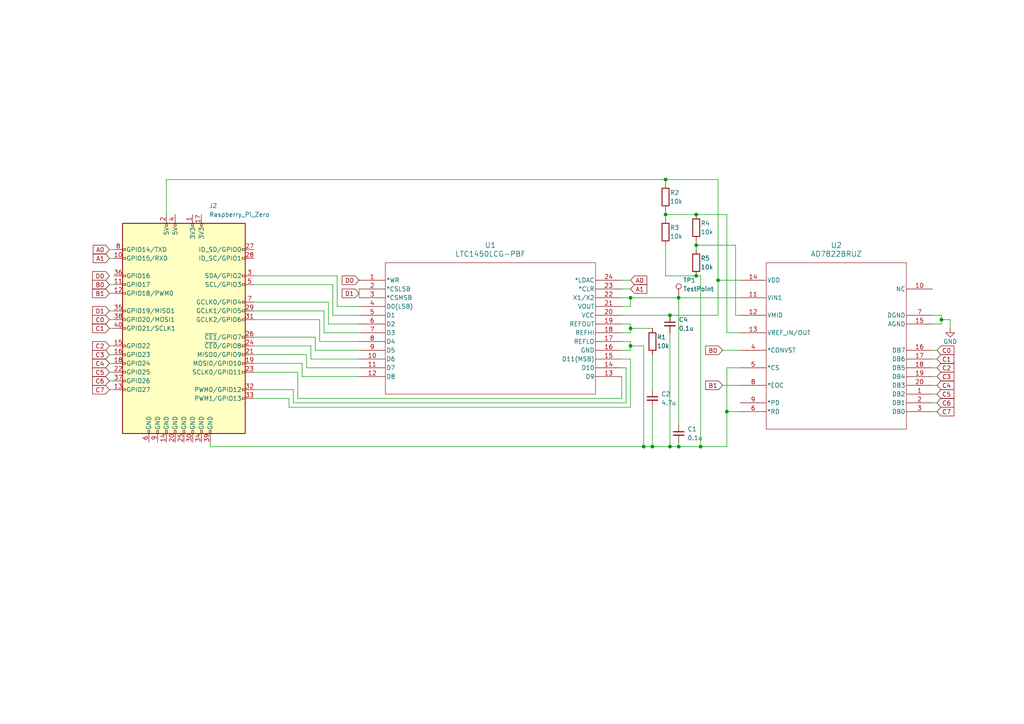
<source format=kicad_sch>
(kicad_sch (version 20230121) (generator eeschema)

  (uuid 748f5d51-f9b3-4fc3-a7c6-188d9fa68d96)

  (paper "A4")

  (lib_symbols
    (symbol "2024-01-29_19-53-43:LTC1450LCG-PBF" (pin_names (offset 0.254)) (in_bom yes) (on_board yes)
      (property "Reference" "U" (at 38.1 10.16 0)
        (effects (font (size 1.524 1.524)))
      )
      (property "Value" "LTC1450LCG-PBF" (at 38.1 7.62 0)
        (effects (font (size 1.524 1.524)))
      )
      (property "Footprint" "SSOP-24_G_LIT" (at 0 0 0)
        (effects (font (size 1.27 1.27) italic) hide)
      )
      (property "Datasheet" "LTC1450LCG-PBF" (at 0 0 0)
        (effects (font (size 1.27 1.27) italic) hide)
      )
      (property "ki_locked" "" (at 0 0 0)
        (effects (font (size 1.27 1.27)))
      )
      (property "ki_keywords" "LTC1450LCG#PBF" (at 0 0 0)
        (effects (font (size 1.27 1.27)) hide)
      )
      (property "ki_fp_filters" "SSOP-24_G_LIT SSOP-24_G_LIT-M SSOP-24_G_LIT-L" (at 0 0 0)
        (effects (font (size 1.27 1.27)) hide)
      )
      (symbol "LTC1450LCG-PBF_0_1"
        (polyline
          (pts
            (xy 7.62 -33.02)
            (xy 68.58 -33.02)
          )
          (stroke (width 0.127) (type default))
          (fill (type none))
        )
        (polyline
          (pts
            (xy 7.62 5.08)
            (xy 7.62 -33.02)
          )
          (stroke (width 0.127) (type default))
          (fill (type none))
        )
        (polyline
          (pts
            (xy 68.58 -33.02)
            (xy 68.58 5.08)
          )
          (stroke (width 0.127) (type default))
          (fill (type none))
        )
        (polyline
          (pts
            (xy 68.58 5.08)
            (xy 7.62 5.08)
          )
          (stroke (width 0.127) (type default))
          (fill (type none))
        )
        (pin input line (at 0 0 0) (length 7.62)
          (name "*WR" (effects (font (size 1.27 1.27))))
          (number "1" (effects (font (size 1.27 1.27))))
        )
        (pin input line (at 0 -22.86 0) (length 7.62)
          (name "D6" (effects (font (size 1.27 1.27))))
          (number "10" (effects (font (size 1.27 1.27))))
        )
        (pin input line (at 0 -25.4 0) (length 7.62)
          (name "D7" (effects (font (size 1.27 1.27))))
          (number "11" (effects (font (size 1.27 1.27))))
        )
        (pin input line (at 0 -27.94 0) (length 7.62)
          (name "D8" (effects (font (size 1.27 1.27))))
          (number "12" (effects (font (size 1.27 1.27))))
        )
        (pin input line (at 76.2 -27.94 180) (length 7.62)
          (name "D9" (effects (font (size 1.27 1.27))))
          (number "13" (effects (font (size 1.27 1.27))))
        )
        (pin input line (at 76.2 -25.4 180) (length 7.62)
          (name "D10" (effects (font (size 1.27 1.27))))
          (number "14" (effects (font (size 1.27 1.27))))
        )
        (pin input line (at 76.2 -22.86 180) (length 7.62)
          (name "D11(MSB)" (effects (font (size 1.27 1.27))))
          (number "15" (effects (font (size 1.27 1.27))))
        )
        (pin power_in line (at 76.2 -20.32 180) (length 7.62)
          (name "GND" (effects (font (size 1.27 1.27))))
          (number "16" (effects (font (size 1.27 1.27))))
        )
        (pin input line (at 76.2 -17.78 180) (length 7.62)
          (name "REFLO" (effects (font (size 1.27 1.27))))
          (number "17" (effects (font (size 1.27 1.27))))
        )
        (pin input line (at 76.2 -15.24 180) (length 7.62)
          (name "REFHI" (effects (font (size 1.27 1.27))))
          (number "18" (effects (font (size 1.27 1.27))))
        )
        (pin output line (at 76.2 -12.7 180) (length 7.62)
          (name "REFOUT" (effects (font (size 1.27 1.27))))
          (number "19" (effects (font (size 1.27 1.27))))
        )
        (pin input line (at 0 -2.54 0) (length 7.62)
          (name "*CSLSB" (effects (font (size 1.27 1.27))))
          (number "2" (effects (font (size 1.27 1.27))))
        )
        (pin power_in line (at 76.2 -10.16 180) (length 7.62)
          (name "VCC" (effects (font (size 1.27 1.27))))
          (number "20" (effects (font (size 1.27 1.27))))
        )
        (pin output line (at 76.2 -7.62 180) (length 7.62)
          (name "VOUT" (effects (font (size 1.27 1.27))))
          (number "21" (effects (font (size 1.27 1.27))))
        )
        (pin unspecified line (at 76.2 -5.08 180) (length 7.62)
          (name "X1/X2" (effects (font (size 1.27 1.27))))
          (number "22" (effects (font (size 1.27 1.27))))
        )
        (pin input line (at 76.2 -2.54 180) (length 7.62)
          (name "*CLR" (effects (font (size 1.27 1.27))))
          (number "23" (effects (font (size 1.27 1.27))))
        )
        (pin bidirectional line (at 76.2 0 180) (length 7.62)
          (name "*LDAC" (effects (font (size 1.27 1.27))))
          (number "24" (effects (font (size 1.27 1.27))))
        )
        (pin input line (at 0 -5.08 0) (length 7.62)
          (name "*CSMSB" (effects (font (size 1.27 1.27))))
          (number "3" (effects (font (size 1.27 1.27))))
        )
        (pin input line (at 0 -7.62 0) (length 7.62)
          (name "D0(LSB)" (effects (font (size 1.27 1.27))))
          (number "4" (effects (font (size 1.27 1.27))))
        )
        (pin input line (at 0 -10.16 0) (length 7.62)
          (name "D1" (effects (font (size 1.27 1.27))))
          (number "5" (effects (font (size 1.27 1.27))))
        )
        (pin input line (at 0 -12.7 0) (length 7.62)
          (name "D2" (effects (font (size 1.27 1.27))))
          (number "6" (effects (font (size 1.27 1.27))))
        )
        (pin input line (at 0 -15.24 0) (length 7.62)
          (name "D3" (effects (font (size 1.27 1.27))))
          (number "7" (effects (font (size 1.27 1.27))))
        )
        (pin input line (at 0 -17.78 0) (length 7.62)
          (name "D4" (effects (font (size 1.27 1.27))))
          (number "8" (effects (font (size 1.27 1.27))))
        )
        (pin input line (at 0 -20.32 0) (length 7.62)
          (name "D5" (effects (font (size 1.27 1.27))))
          (number "9" (effects (font (size 1.27 1.27))))
        )
      )
    )
    (symbol "2024-01-29_19-55-45:AD7822BRUZ" (pin_names (offset 0.254)) (in_bom yes) (on_board yes)
      (property "Reference" "U" (at 27.94 10.16 0)
        (effects (font (size 1.524 1.524)))
      )
      (property "Value" "AD7822BRUZ" (at 27.94 7.62 0)
        (effects (font (size 1.524 1.524)))
      )
      (property "Footprint" "RU_20_ADI" (at 0 0 0)
        (effects (font (size 1.27 1.27) italic) hide)
      )
      (property "Datasheet" "AD7822BRUZ" (at 0 0 0)
        (effects (font (size 1.27 1.27) italic) hide)
      )
      (property "ki_locked" "" (at 0 0 0)
        (effects (font (size 1.27 1.27)))
      )
      (property "ki_keywords" "AD7822BRUZ" (at 0 0 0)
        (effects (font (size 1.27 1.27)) hide)
      )
      (property "ki_fp_filters" "RU_20_ADI RU_20_ADI-M RU_20_ADI-L" (at 0 0 0)
        (effects (font (size 1.27 1.27)) hide)
      )
      (symbol "AD7822BRUZ_0_1"
        (polyline
          (pts
            (xy 7.62 -43.18)
            (xy 48.26 -43.18)
          )
          (stroke (width 0.127) (type default))
          (fill (type none))
        )
        (polyline
          (pts
            (xy 7.62 5.08)
            (xy 7.62 -43.18)
          )
          (stroke (width 0.127) (type default))
          (fill (type none))
        )
        (polyline
          (pts
            (xy 48.26 -43.18)
            (xy 48.26 5.08)
          )
          (stroke (width 0.127) (type default))
          (fill (type none))
        )
        (polyline
          (pts
            (xy 48.26 5.08)
            (xy 7.62 5.08)
          )
          (stroke (width 0.127) (type default))
          (fill (type none))
        )
        (pin unspecified line (at 55.88 -33.02 180) (length 7.62)
          (name "DB2" (effects (font (size 1.27 1.27))))
          (number "1" (effects (font (size 1.27 1.27))))
        )
        (pin unspecified line (at 55.88 -2.54 180) (length 7.62)
          (name "NC" (effects (font (size 1.27 1.27))))
          (number "10" (effects (font (size 1.27 1.27))))
        )
        (pin unspecified line (at 0 -5.08 0) (length 7.62)
          (name "VIN1" (effects (font (size 1.27 1.27))))
          (number "11" (effects (font (size 1.27 1.27))))
        )
        (pin unspecified line (at 0 -10.16 0) (length 7.62)
          (name "VMID" (effects (font (size 1.27 1.27))))
          (number "12" (effects (font (size 1.27 1.27))))
        )
        (pin unspecified line (at 0 -15.24 0) (length 7.62)
          (name "VREF_IN/OUT" (effects (font (size 1.27 1.27))))
          (number "13" (effects (font (size 1.27 1.27))))
        )
        (pin unspecified line (at 0 0 0) (length 7.62)
          (name "VDD" (effects (font (size 1.27 1.27))))
          (number "14" (effects (font (size 1.27 1.27))))
        )
        (pin unspecified line (at 55.88 -12.7 180) (length 7.62)
          (name "AGND" (effects (font (size 1.27 1.27))))
          (number "15" (effects (font (size 1.27 1.27))))
        )
        (pin unspecified line (at 55.88 -20.32 180) (length 7.62)
          (name "DB7" (effects (font (size 1.27 1.27))))
          (number "16" (effects (font (size 1.27 1.27))))
        )
        (pin unspecified line (at 55.88 -22.86 180) (length 7.62)
          (name "DB6" (effects (font (size 1.27 1.27))))
          (number "17" (effects (font (size 1.27 1.27))))
        )
        (pin unspecified line (at 55.88 -25.4 180) (length 7.62)
          (name "DB5" (effects (font (size 1.27 1.27))))
          (number "18" (effects (font (size 1.27 1.27))))
        )
        (pin unspecified line (at 55.88 -27.94 180) (length 7.62)
          (name "DB4" (effects (font (size 1.27 1.27))))
          (number "19" (effects (font (size 1.27 1.27))))
        )
        (pin unspecified line (at 55.88 -35.56 180) (length 7.62)
          (name "DB1" (effects (font (size 1.27 1.27))))
          (number "2" (effects (font (size 1.27 1.27))))
        )
        (pin unspecified line (at 55.88 -30.48 180) (length 7.62)
          (name "DB3" (effects (font (size 1.27 1.27))))
          (number "20" (effects (font (size 1.27 1.27))))
        )
        (pin unspecified line (at 55.88 -38.1 180) (length 7.62)
          (name "DB0" (effects (font (size 1.27 1.27))))
          (number "3" (effects (font (size 1.27 1.27))))
        )
        (pin unspecified line (at 0 -20.32 0) (length 7.62)
          (name "*CONVST" (effects (font (size 1.27 1.27))))
          (number "4" (effects (font (size 1.27 1.27))))
        )
        (pin unspecified line (at 0 -25.4 0) (length 7.62)
          (name "*CS" (effects (font (size 1.27 1.27))))
          (number "5" (effects (font (size 1.27 1.27))))
        )
        (pin unspecified line (at 0 -38.1 0) (length 7.62)
          (name "*RD" (effects (font (size 1.27 1.27))))
          (number "6" (effects (font (size 1.27 1.27))))
        )
        (pin unspecified line (at 55.88 -10.16 180) (length 7.62)
          (name "DGND" (effects (font (size 1.27 1.27))))
          (number "7" (effects (font (size 1.27 1.27))))
        )
        (pin unspecified line (at 0 -30.48 0) (length 7.62)
          (name "*EOC" (effects (font (size 1.27 1.27))))
          (number "8" (effects (font (size 1.27 1.27))))
        )
        (pin unspecified line (at 0 -35.56 0) (length 7.62)
          (name "*PD" (effects (font (size 1.27 1.27))))
          (number "9" (effects (font (size 1.27 1.27))))
        )
      )
    )
    (symbol "Connector:Raspberry_Pi_2_3" (pin_names (offset 1.016)) (in_bom yes) (on_board yes)
      (property "Reference" "J" (at -17.78 31.75 0)
        (effects (font (size 1.27 1.27)) (justify left bottom))
      )
      (property "Value" "Raspberry_Pi_2_3" (at 10.16 -31.75 0)
        (effects (font (size 1.27 1.27)) (justify left top))
      )
      (property "Footprint" "" (at 0 0 0)
        (effects (font (size 1.27 1.27)) hide)
      )
      (property "Datasheet" "https://www.raspberrypi.org/documentation/hardware/raspberrypi/schematics/rpi_SCH_3bplus_1p0_reduced.pdf" (at 0 0 0)
        (effects (font (size 1.27 1.27)) hide)
      )
      (property "ki_keywords" "raspberrypi gpio" (at 0 0 0)
        (effects (font (size 1.27 1.27)) hide)
      )
      (property "ki_description" "expansion header for Raspberry Pi 2 & 3" (at 0 0 0)
        (effects (font (size 1.27 1.27)) hide)
      )
      (property "ki_fp_filters" "PinHeader*2x20*P2.54mm*Vertical* PinSocket*2x20*P2.54mm*Vertical*" (at 0 0 0)
        (effects (font (size 1.27 1.27)) hide)
      )
      (symbol "Raspberry_Pi_2_3_0_1"
        (rectangle (start -17.78 30.48) (end 17.78 -30.48)
          (stroke (width 0.254) (type default))
          (fill (type background))
        )
      )
      (symbol "Raspberry_Pi_2_3_1_1"
        (rectangle (start -16.891 -17.526) (end -17.78 -18.034)
          (stroke (width 0) (type default))
          (fill (type none))
        )
        (rectangle (start -16.891 -14.986) (end -17.78 -15.494)
          (stroke (width 0) (type default))
          (fill (type none))
        )
        (rectangle (start -16.891 -12.446) (end -17.78 -12.954)
          (stroke (width 0) (type default))
          (fill (type none))
        )
        (rectangle (start -16.891 -9.906) (end -17.78 -10.414)
          (stroke (width 0) (type default))
          (fill (type none))
        )
        (rectangle (start -16.891 -7.366) (end -17.78 -7.874)
          (stroke (width 0) (type default))
          (fill (type none))
        )
        (rectangle (start -16.891 -4.826) (end -17.78 -5.334)
          (stroke (width 0) (type default))
          (fill (type none))
        )
        (rectangle (start -16.891 0.254) (end -17.78 -0.254)
          (stroke (width 0) (type default))
          (fill (type none))
        )
        (rectangle (start -16.891 2.794) (end -17.78 2.286)
          (stroke (width 0) (type default))
          (fill (type none))
        )
        (rectangle (start -16.891 5.334) (end -17.78 4.826)
          (stroke (width 0) (type default))
          (fill (type none))
        )
        (rectangle (start -16.891 10.414) (end -17.78 9.906)
          (stroke (width 0) (type default))
          (fill (type none))
        )
        (rectangle (start -16.891 12.954) (end -17.78 12.446)
          (stroke (width 0) (type default))
          (fill (type none))
        )
        (rectangle (start -16.891 15.494) (end -17.78 14.986)
          (stroke (width 0) (type default))
          (fill (type none))
        )
        (rectangle (start -16.891 20.574) (end -17.78 20.066)
          (stroke (width 0) (type default))
          (fill (type none))
        )
        (rectangle (start -16.891 23.114) (end -17.78 22.606)
          (stroke (width 0) (type default))
          (fill (type none))
        )
        (rectangle (start -10.414 -29.591) (end -9.906 -30.48)
          (stroke (width 0) (type default))
          (fill (type none))
        )
        (rectangle (start -7.874 -29.591) (end -7.366 -30.48)
          (stroke (width 0) (type default))
          (fill (type none))
        )
        (rectangle (start -5.334 -29.591) (end -4.826 -30.48)
          (stroke (width 0) (type default))
          (fill (type none))
        )
        (rectangle (start -5.334 30.48) (end -4.826 29.591)
          (stroke (width 0) (type default))
          (fill (type none))
        )
        (rectangle (start -2.794 -29.591) (end -2.286 -30.48)
          (stroke (width 0) (type default))
          (fill (type none))
        )
        (rectangle (start -2.794 30.48) (end -2.286 29.591)
          (stroke (width 0) (type default))
          (fill (type none))
        )
        (rectangle (start -0.254 -29.591) (end 0.254 -30.48)
          (stroke (width 0) (type default))
          (fill (type none))
        )
        (rectangle (start 2.286 -29.591) (end 2.794 -30.48)
          (stroke (width 0) (type default))
          (fill (type none))
        )
        (rectangle (start 2.286 30.48) (end 2.794 29.591)
          (stroke (width 0) (type default))
          (fill (type none))
        )
        (rectangle (start 4.826 -29.591) (end 5.334 -30.48)
          (stroke (width 0) (type default))
          (fill (type none))
        )
        (rectangle (start 4.826 30.48) (end 5.334 29.591)
          (stroke (width 0) (type default))
          (fill (type none))
        )
        (rectangle (start 7.366 -29.591) (end 7.874 -30.48)
          (stroke (width 0) (type default))
          (fill (type none))
        )
        (rectangle (start 17.78 -20.066) (end 16.891 -20.574)
          (stroke (width 0) (type default))
          (fill (type none))
        )
        (rectangle (start 17.78 -17.526) (end 16.891 -18.034)
          (stroke (width 0) (type default))
          (fill (type none))
        )
        (rectangle (start 17.78 -12.446) (end 16.891 -12.954)
          (stroke (width 0) (type default))
          (fill (type none))
        )
        (rectangle (start 17.78 -9.906) (end 16.891 -10.414)
          (stroke (width 0) (type default))
          (fill (type none))
        )
        (rectangle (start 17.78 -7.366) (end 16.891 -7.874)
          (stroke (width 0) (type default))
          (fill (type none))
        )
        (rectangle (start 17.78 -4.826) (end 16.891 -5.334)
          (stroke (width 0) (type default))
          (fill (type none))
        )
        (rectangle (start 17.78 -2.286) (end 16.891 -2.794)
          (stroke (width 0) (type default))
          (fill (type none))
        )
        (rectangle (start 17.78 2.794) (end 16.891 2.286)
          (stroke (width 0) (type default))
          (fill (type none))
        )
        (rectangle (start 17.78 5.334) (end 16.891 4.826)
          (stroke (width 0) (type default))
          (fill (type none))
        )
        (rectangle (start 17.78 7.874) (end 16.891 7.366)
          (stroke (width 0) (type default))
          (fill (type none))
        )
        (rectangle (start 17.78 12.954) (end 16.891 12.446)
          (stroke (width 0) (type default))
          (fill (type none))
        )
        (rectangle (start 17.78 15.494) (end 16.891 14.986)
          (stroke (width 0) (type default))
          (fill (type none))
        )
        (rectangle (start 17.78 20.574) (end 16.891 20.066)
          (stroke (width 0) (type default))
          (fill (type none))
        )
        (rectangle (start 17.78 23.114) (end 16.891 22.606)
          (stroke (width 0) (type default))
          (fill (type none))
        )
        (pin power_in line (at 2.54 33.02 270) (length 2.54)
          (name "3V3" (effects (font (size 1.27 1.27))))
          (number "1" (effects (font (size 1.27 1.27))))
        )
        (pin bidirectional line (at -20.32 20.32 0) (length 2.54)
          (name "GPIO15/RXD" (effects (font (size 1.27 1.27))))
          (number "10" (effects (font (size 1.27 1.27))))
        )
        (pin bidirectional line (at -20.32 12.7 0) (length 2.54)
          (name "GPIO17" (effects (font (size 1.27 1.27))))
          (number "11" (effects (font (size 1.27 1.27))))
        )
        (pin bidirectional line (at -20.32 10.16 0) (length 2.54)
          (name "GPIO18/PWM0" (effects (font (size 1.27 1.27))))
          (number "12" (effects (font (size 1.27 1.27))))
        )
        (pin bidirectional line (at -20.32 -17.78 0) (length 2.54)
          (name "GPIO27" (effects (font (size 1.27 1.27))))
          (number "13" (effects (font (size 1.27 1.27))))
        )
        (pin power_in line (at -5.08 -33.02 90) (length 2.54)
          (name "GND" (effects (font (size 1.27 1.27))))
          (number "14" (effects (font (size 1.27 1.27))))
        )
        (pin bidirectional line (at -20.32 -5.08 0) (length 2.54)
          (name "GPIO22" (effects (font (size 1.27 1.27))))
          (number "15" (effects (font (size 1.27 1.27))))
        )
        (pin bidirectional line (at -20.32 -7.62 0) (length 2.54)
          (name "GPIO23" (effects (font (size 1.27 1.27))))
          (number "16" (effects (font (size 1.27 1.27))))
        )
        (pin power_in line (at 5.08 33.02 270) (length 2.54)
          (name "3V3" (effects (font (size 1.27 1.27))))
          (number "17" (effects (font (size 1.27 1.27))))
        )
        (pin bidirectional line (at -20.32 -10.16 0) (length 2.54)
          (name "GPIO24" (effects (font (size 1.27 1.27))))
          (number "18" (effects (font (size 1.27 1.27))))
        )
        (pin bidirectional line (at 20.32 -10.16 180) (length 2.54)
          (name "MOSI0/GPIO10" (effects (font (size 1.27 1.27))))
          (number "19" (effects (font (size 1.27 1.27))))
        )
        (pin power_in line (at -5.08 33.02 270) (length 2.54)
          (name "5V" (effects (font (size 1.27 1.27))))
          (number "2" (effects (font (size 1.27 1.27))))
        )
        (pin power_in line (at -2.54 -33.02 90) (length 2.54)
          (name "GND" (effects (font (size 1.27 1.27))))
          (number "20" (effects (font (size 1.27 1.27))))
        )
        (pin bidirectional line (at 20.32 -7.62 180) (length 2.54)
          (name "MISO0/GPIO9" (effects (font (size 1.27 1.27))))
          (number "21" (effects (font (size 1.27 1.27))))
        )
        (pin bidirectional line (at -20.32 -12.7 0) (length 2.54)
          (name "GPIO25" (effects (font (size 1.27 1.27))))
          (number "22" (effects (font (size 1.27 1.27))))
        )
        (pin bidirectional line (at 20.32 -12.7 180) (length 2.54)
          (name "SCLK0/GPIO11" (effects (font (size 1.27 1.27))))
          (number "23" (effects (font (size 1.27 1.27))))
        )
        (pin bidirectional line (at 20.32 -5.08 180) (length 2.54)
          (name "~{CE0}/GPIO8" (effects (font (size 1.27 1.27))))
          (number "24" (effects (font (size 1.27 1.27))))
        )
        (pin power_in line (at 0 -33.02 90) (length 2.54)
          (name "GND" (effects (font (size 1.27 1.27))))
          (number "25" (effects (font (size 1.27 1.27))))
        )
        (pin bidirectional line (at 20.32 -2.54 180) (length 2.54)
          (name "~{CE1}/GPIO7" (effects (font (size 1.27 1.27))))
          (number "26" (effects (font (size 1.27 1.27))))
        )
        (pin bidirectional line (at 20.32 22.86 180) (length 2.54)
          (name "ID_SD/GPIO0" (effects (font (size 1.27 1.27))))
          (number "27" (effects (font (size 1.27 1.27))))
        )
        (pin bidirectional line (at 20.32 20.32 180) (length 2.54)
          (name "ID_SC/GPIO1" (effects (font (size 1.27 1.27))))
          (number "28" (effects (font (size 1.27 1.27))))
        )
        (pin bidirectional line (at 20.32 5.08 180) (length 2.54)
          (name "GCLK1/GPIO5" (effects (font (size 1.27 1.27))))
          (number "29" (effects (font (size 1.27 1.27))))
        )
        (pin bidirectional line (at 20.32 15.24 180) (length 2.54)
          (name "SDA/GPIO2" (effects (font (size 1.27 1.27))))
          (number "3" (effects (font (size 1.27 1.27))))
        )
        (pin power_in line (at 2.54 -33.02 90) (length 2.54)
          (name "GND" (effects (font (size 1.27 1.27))))
          (number "30" (effects (font (size 1.27 1.27))))
        )
        (pin bidirectional line (at 20.32 2.54 180) (length 2.54)
          (name "GCLK2/GPIO6" (effects (font (size 1.27 1.27))))
          (number "31" (effects (font (size 1.27 1.27))))
        )
        (pin bidirectional line (at 20.32 -17.78 180) (length 2.54)
          (name "PWM0/GPIO12" (effects (font (size 1.27 1.27))))
          (number "32" (effects (font (size 1.27 1.27))))
        )
        (pin bidirectional line (at 20.32 -20.32 180) (length 2.54)
          (name "PWM1/GPIO13" (effects (font (size 1.27 1.27))))
          (number "33" (effects (font (size 1.27 1.27))))
        )
        (pin power_in line (at 5.08 -33.02 90) (length 2.54)
          (name "GND" (effects (font (size 1.27 1.27))))
          (number "34" (effects (font (size 1.27 1.27))))
        )
        (pin bidirectional line (at -20.32 5.08 0) (length 2.54)
          (name "GPIO19/MISO1" (effects (font (size 1.27 1.27))))
          (number "35" (effects (font (size 1.27 1.27))))
        )
        (pin bidirectional line (at -20.32 15.24 0) (length 2.54)
          (name "GPIO16" (effects (font (size 1.27 1.27))))
          (number "36" (effects (font (size 1.27 1.27))))
        )
        (pin bidirectional line (at -20.32 -15.24 0) (length 2.54)
          (name "GPIO26" (effects (font (size 1.27 1.27))))
          (number "37" (effects (font (size 1.27 1.27))))
        )
        (pin bidirectional line (at -20.32 2.54 0) (length 2.54)
          (name "GPIO20/MOSI1" (effects (font (size 1.27 1.27))))
          (number "38" (effects (font (size 1.27 1.27))))
        )
        (pin power_in line (at 7.62 -33.02 90) (length 2.54)
          (name "GND" (effects (font (size 1.27 1.27))))
          (number "39" (effects (font (size 1.27 1.27))))
        )
        (pin power_in line (at -2.54 33.02 270) (length 2.54)
          (name "5V" (effects (font (size 1.27 1.27))))
          (number "4" (effects (font (size 1.27 1.27))))
        )
        (pin bidirectional line (at -20.32 0 0) (length 2.54)
          (name "GPIO21/SCLK1" (effects (font (size 1.27 1.27))))
          (number "40" (effects (font (size 1.27 1.27))))
        )
        (pin bidirectional line (at 20.32 12.7 180) (length 2.54)
          (name "SCL/GPIO3" (effects (font (size 1.27 1.27))))
          (number "5" (effects (font (size 1.27 1.27))))
        )
        (pin power_in line (at -10.16 -33.02 90) (length 2.54)
          (name "GND" (effects (font (size 1.27 1.27))))
          (number "6" (effects (font (size 1.27 1.27))))
        )
        (pin bidirectional line (at 20.32 7.62 180) (length 2.54)
          (name "GCLK0/GPIO4" (effects (font (size 1.27 1.27))))
          (number "7" (effects (font (size 1.27 1.27))))
        )
        (pin bidirectional line (at -20.32 22.86 0) (length 2.54)
          (name "GPIO14/TXD" (effects (font (size 1.27 1.27))))
          (number "8" (effects (font (size 1.27 1.27))))
        )
        (pin power_in line (at -7.62 -33.02 90) (length 2.54)
          (name "GND" (effects (font (size 1.27 1.27))))
          (number "9" (effects (font (size 1.27 1.27))))
        )
      )
    )
    (symbol "Connector:TestPoint" (pin_numbers hide) (pin_names (offset 0.762) hide) (in_bom yes) (on_board yes)
      (property "Reference" "TP" (at 0 6.858 0)
        (effects (font (size 1.27 1.27)))
      )
      (property "Value" "TestPoint" (at 0 5.08 0)
        (effects (font (size 1.27 1.27)))
      )
      (property "Footprint" "" (at 5.08 0 0)
        (effects (font (size 1.27 1.27)) hide)
      )
      (property "Datasheet" "~" (at 5.08 0 0)
        (effects (font (size 1.27 1.27)) hide)
      )
      (property "ki_keywords" "test point tp" (at 0 0 0)
        (effects (font (size 1.27 1.27)) hide)
      )
      (property "ki_description" "test point" (at 0 0 0)
        (effects (font (size 1.27 1.27)) hide)
      )
      (property "ki_fp_filters" "Pin* Test*" (at 0 0 0)
        (effects (font (size 1.27 1.27)) hide)
      )
      (symbol "TestPoint_0_1"
        (circle (center 0 3.302) (radius 0.762)
          (stroke (width 0) (type default))
          (fill (type none))
        )
      )
      (symbol "TestPoint_1_1"
        (pin passive line (at 0 0 90) (length 2.54)
          (name "1" (effects (font (size 1.27 1.27))))
          (number "1" (effects (font (size 1.27 1.27))))
        )
      )
    )
    (symbol "Device:C_Small" (pin_numbers hide) (pin_names (offset 0.254) hide) (in_bom yes) (on_board yes)
      (property "Reference" "C" (at 0.254 1.778 0)
        (effects (font (size 1.27 1.27)) (justify left))
      )
      (property "Value" "C_Small" (at 0.254 -2.032 0)
        (effects (font (size 1.27 1.27)) (justify left))
      )
      (property "Footprint" "" (at 0 0 0)
        (effects (font (size 1.27 1.27)) hide)
      )
      (property "Datasheet" "~" (at 0 0 0)
        (effects (font (size 1.27 1.27)) hide)
      )
      (property "ki_keywords" "capacitor cap" (at 0 0 0)
        (effects (font (size 1.27 1.27)) hide)
      )
      (property "ki_description" "Unpolarized capacitor, small symbol" (at 0 0 0)
        (effects (font (size 1.27 1.27)) hide)
      )
      (property "ki_fp_filters" "C_*" (at 0 0 0)
        (effects (font (size 1.27 1.27)) hide)
      )
      (symbol "C_Small_0_1"
        (polyline
          (pts
            (xy -1.524 -0.508)
            (xy 1.524 -0.508)
          )
          (stroke (width 0.3302) (type default))
          (fill (type none))
        )
        (polyline
          (pts
            (xy -1.524 0.508)
            (xy 1.524 0.508)
          )
          (stroke (width 0.3048) (type default))
          (fill (type none))
        )
      )
      (symbol "C_Small_1_1"
        (pin passive line (at 0 2.54 270) (length 2.032)
          (name "~" (effects (font (size 1.27 1.27))))
          (number "1" (effects (font (size 1.27 1.27))))
        )
        (pin passive line (at 0 -2.54 90) (length 2.032)
          (name "~" (effects (font (size 1.27 1.27))))
          (number "2" (effects (font (size 1.27 1.27))))
        )
      )
    )
    (symbol "Device:R" (pin_numbers hide) (pin_names (offset 0)) (in_bom yes) (on_board yes)
      (property "Reference" "R" (at 2.032 0 90)
        (effects (font (size 1.27 1.27)))
      )
      (property "Value" "R" (at 0 0 90)
        (effects (font (size 1.27 1.27)))
      )
      (property "Footprint" "" (at -1.778 0 90)
        (effects (font (size 1.27 1.27)) hide)
      )
      (property "Datasheet" "~" (at 0 0 0)
        (effects (font (size 1.27 1.27)) hide)
      )
      (property "ki_keywords" "R res resistor" (at 0 0 0)
        (effects (font (size 1.27 1.27)) hide)
      )
      (property "ki_description" "Resistor" (at 0 0 0)
        (effects (font (size 1.27 1.27)) hide)
      )
      (property "ki_fp_filters" "R_*" (at 0 0 0)
        (effects (font (size 1.27 1.27)) hide)
      )
      (symbol "R_0_1"
        (rectangle (start -1.016 -2.54) (end 1.016 2.54)
          (stroke (width 0.254) (type default))
          (fill (type none))
        )
      )
      (symbol "R_1_1"
        (pin passive line (at 0 3.81 270) (length 1.27)
          (name "~" (effects (font (size 1.27 1.27))))
          (number "1" (effects (font (size 1.27 1.27))))
        )
        (pin passive line (at 0 -3.81 90) (length 1.27)
          (name "~" (effects (font (size 1.27 1.27))))
          (number "2" (effects (font (size 1.27 1.27))))
        )
      )
    )
    (symbol "power:GND" (power) (pin_names (offset 0)) (in_bom yes) (on_board yes)
      (property "Reference" "#PWR" (at 0 -6.35 0)
        (effects (font (size 1.27 1.27)) hide)
      )
      (property "Value" "GND" (at 0 -3.81 0)
        (effects (font (size 1.27 1.27)))
      )
      (property "Footprint" "" (at 0 0 0)
        (effects (font (size 1.27 1.27)) hide)
      )
      (property "Datasheet" "" (at 0 0 0)
        (effects (font (size 1.27 1.27)) hide)
      )
      (property "ki_keywords" "global power" (at 0 0 0)
        (effects (font (size 1.27 1.27)) hide)
      )
      (property "ki_description" "Power symbol creates a global label with name \"GND\" , ground" (at 0 0 0)
        (effects (font (size 1.27 1.27)) hide)
      )
      (symbol "GND_0_1"
        (polyline
          (pts
            (xy 0 0)
            (xy 0 -1.27)
            (xy 1.27 -1.27)
            (xy 0 -2.54)
            (xy -1.27 -1.27)
            (xy 0 -1.27)
          )
          (stroke (width 0) (type default))
          (fill (type none))
        )
      )
      (symbol "GND_1_1"
        (pin power_in line (at 0 0 270) (length 0) hide
          (name "GND" (effects (font (size 1.27 1.27))))
          (number "1" (effects (font (size 1.27 1.27))))
        )
      )
    )
  )

  (junction (at 186.69 129.54) (diameter 0) (color 0 0 0 0)
    (uuid 02636416-c499-44d3-be7b-ed1faa2e6d18)
  )
  (junction (at 203.2 129.54) (diameter 0) (color 0 0 0 0)
    (uuid 0f53cbb5-019d-488d-9a4a-111ba2f673bd)
  )
  (junction (at 193.04 52.07) (diameter 0) (color 0 0 0 0)
    (uuid 10ab2e2e-f083-45d5-97e6-c7e45b06a636)
  )
  (junction (at 208.28 81.28) (diameter 0) (color 0 0 0 0)
    (uuid 1d2c501b-9e2a-4cca-8566-5ccfe79aa78e)
  )
  (junction (at 194.31 129.54) (diameter 0) (color 0 0 0 0)
    (uuid 225ea092-0dfc-4a4a-b873-b43befeb2cd6)
  )
  (junction (at 196.85 129.54) (diameter 0) (color 0 0 0 0)
    (uuid 476ec324-900b-45f8-af80-b66af2256e77)
  )
  (junction (at 182.88 100.33) (diameter 0) (color 0 0 0 0)
    (uuid 7c845a1a-9b0e-4241-9e4d-1df4df75ac92)
  )
  (junction (at 182.88 86.36) (diameter 0) (color 0 0 0 0)
    (uuid 80d5bcbf-b88a-4e6d-b1bd-52938ed20568)
  )
  (junction (at 201.93 71.12) (diameter 0) (color 0 0 0 0)
    (uuid a7a1bc3b-c943-4521-84b3-4f20be4a47f8)
  )
  (junction (at 210.82 119.38) (diameter 0) (color 0 0 0 0)
    (uuid a9997541-98c5-4a62-82df-96a33b7a4f13)
  )
  (junction (at 196.85 86.36) (diameter 0) (color 0 0 0 0)
    (uuid b98aebc1-40df-4cce-a451-300fd9342da8)
  )
  (junction (at 194.31 91.44) (diameter 0) (color 0 0 0 0)
    (uuid c2184d7b-5091-4664-be7c-19930977ece6)
  )
  (junction (at 201.93 62.23) (diameter 0) (color 0 0 0 0)
    (uuid cb172739-4201-44da-bf12-6028b55de550)
  )
  (junction (at 189.23 129.54) (diameter 0) (color 0 0 0 0)
    (uuid ccdb1f65-babf-404e-9da0-0b4625fb8abf)
  )
  (junction (at 273.05 92.71) (diameter 0) (color 0 0 0 0)
    (uuid dba8dda6-f130-4b2a-a371-ee37f67f4902)
  )
  (junction (at 182.88 95.25) (diameter 0) (color 0 0 0 0)
    (uuid ec62311b-80aa-4bb4-bc23-a77ac8f6484e)
  )
  (junction (at 193.04 62.23) (diameter 0) (color 0 0 0 0)
    (uuid f0f6bc40-7902-42e6-ba07-682c4b8c47e9)
  )
  (junction (at 201.93 80.01) (diameter 0) (color 0 0 0 0)
    (uuid f7aa6961-0d4d-42a7-81a2-466d2682298d)
  )

  (wire (pts (xy 48.26 52.07) (xy 193.04 52.07))
    (stroke (width 0) (type default))
    (uuid 02a847d4-bf81-4eef-9196-66e680604b4e)
  )
  (wire (pts (xy 273.05 91.44) (xy 270.51 91.44))
    (stroke (width 0) (type default))
    (uuid 0b9bf19c-8711-4d50-9b7d-df3be1ef4642)
  )
  (wire (pts (xy 182.88 100.33) (xy 182.88 99.06))
    (stroke (width 0) (type default))
    (uuid 0c3703f1-8856-4284-ae94-22c7df1cdcb1)
  )
  (wire (pts (xy 95.25 87.63) (xy 73.66 87.63))
    (stroke (width 0) (type default))
    (uuid 12e7a7bc-13ea-412d-bf4f-e316081a1884)
  )
  (wire (pts (xy 88.9 106.68) (xy 88.9 102.87))
    (stroke (width 0) (type default))
    (uuid 1663fcf4-c92c-43e2-8e52-2a0265303bd0)
  )
  (wire (pts (xy 194.31 91.44) (xy 208.28 91.44))
    (stroke (width 0) (type default))
    (uuid 1666bb52-017e-488a-ae8e-01277764711d)
  )
  (wire (pts (xy 85.09 116.84) (xy 85.09 113.03))
    (stroke (width 0) (type default))
    (uuid 18622cfe-2bf5-4c6c-8117-78494fcc199b)
  )
  (wire (pts (xy 189.23 102.87) (xy 189.23 113.03))
    (stroke (width 0) (type default))
    (uuid 18d5b1fe-ea7c-4fc3-93e8-80d14b075c82)
  )
  (wire (pts (xy 196.85 129.54) (xy 203.2 129.54))
    (stroke (width 0) (type default))
    (uuid 1936a2a0-bb55-44fd-ae4b-3c3979e2dd7f)
  )
  (wire (pts (xy 210.82 129.54) (xy 210.82 119.38))
    (stroke (width 0) (type default))
    (uuid 198235ad-19d1-49cc-bc43-7b3f1262ce12)
  )
  (wire (pts (xy 104.14 99.06) (xy 92.71 99.06))
    (stroke (width 0) (type default))
    (uuid 19b44b36-aebf-4c93-829f-1eb5e05b387f)
  )
  (wire (pts (xy 93.98 96.52) (xy 93.98 90.17))
    (stroke (width 0) (type default))
    (uuid 21b7c93a-91b1-49fc-ba50-70a2945a7f66)
  )
  (wire (pts (xy 213.36 71.12) (xy 201.93 71.12))
    (stroke (width 0) (type default))
    (uuid 239f29e4-0d6a-400b-9923-4818345f02e4)
  )
  (wire (pts (xy 182.88 86.36) (xy 196.85 86.36))
    (stroke (width 0) (type default))
    (uuid 24004508-2978-499a-b33c-31bac7188b3a)
  )
  (wire (pts (xy 201.93 69.85) (xy 201.93 71.12))
    (stroke (width 0) (type default))
    (uuid 24d98dc8-7b63-435b-bd53-a5f66b87a893)
  )
  (wire (pts (xy 97.79 80.01) (xy 73.66 80.01))
    (stroke (width 0) (type default))
    (uuid 256c7eab-f597-419a-8007-a694b7aeebd5)
  )
  (wire (pts (xy 189.23 118.11) (xy 189.23 129.54))
    (stroke (width 0) (type default))
    (uuid 2575b489-db62-4d95-9792-d4149bf2a2a3)
  )
  (wire (pts (xy 214.63 91.44) (xy 213.36 91.44))
    (stroke (width 0) (type default))
    (uuid 259e01a3-5f54-4d71-8624-77385477afbe)
  )
  (wire (pts (xy 104.14 101.6) (xy 91.44 101.6))
    (stroke (width 0) (type default))
    (uuid 26597437-dacb-4185-bc06-a67f537c917d)
  )
  (wire (pts (xy 270.51 119.38) (xy 271.78 119.38))
    (stroke (width 0) (type default))
    (uuid 28020fe0-c41f-4086-bea7-c6c98536f434)
  )
  (wire (pts (xy 93.98 90.17) (xy 73.66 90.17))
    (stroke (width 0) (type default))
    (uuid 2ceb919b-99d9-4dc6-87d1-460e51f19ec1)
  )
  (wire (pts (xy 104.14 83.82) (xy 104.14 86.36))
    (stroke (width 0) (type default))
    (uuid 2d722f5a-a4df-4552-8749-18d3a2e5fafd)
  )
  (wire (pts (xy 196.85 86.36) (xy 214.63 86.36))
    (stroke (width 0) (type default))
    (uuid 2e99e64c-e9c2-40b9-888f-a3b9d1ee1ed3)
  )
  (wire (pts (xy 203.2 129.54) (xy 210.82 129.54))
    (stroke (width 0) (type default))
    (uuid 2f08f9dd-c075-4dee-933d-d128a9a71dc3)
  )
  (wire (pts (xy 73.66 82.55) (xy 96.52 82.55))
    (stroke (width 0) (type default))
    (uuid 2f3c9a00-1c32-4da9-b483-49c6a93d39c9)
  )
  (wire (pts (xy 210.82 119.38) (xy 210.82 106.68))
    (stroke (width 0) (type default))
    (uuid 30e460d5-b04c-45ca-b570-7b5506912e88)
  )
  (wire (pts (xy 186.69 129.54) (xy 189.23 129.54))
    (stroke (width 0) (type default))
    (uuid 3196bbaa-9f4e-472e-af69-e038073ea5eb)
  )
  (wire (pts (xy 180.34 101.6) (xy 182.88 101.6))
    (stroke (width 0) (type default))
    (uuid 31e1ad42-f32b-4bb6-b224-317dd1ebdbbb)
  )
  (wire (pts (xy 86.36 115.57) (xy 86.36 107.95))
    (stroke (width 0) (type default))
    (uuid 3c6adf0f-cd01-4433-ac8f-1b459ceaedc0)
  )
  (wire (pts (xy 92.71 92.71) (xy 73.66 92.71))
    (stroke (width 0) (type default))
    (uuid 41520745-b35f-40b4-be5e-dfb90c51deea)
  )
  (wire (pts (xy 270.51 109.22) (xy 271.78 109.22))
    (stroke (width 0) (type default))
    (uuid 42046596-4c6f-4447-8218-8dc2166b41ca)
  )
  (wire (pts (xy 196.85 128.27) (xy 196.85 129.54))
    (stroke (width 0) (type default))
    (uuid 43ab445e-9838-4589-b8ff-a16bb6b71c3d)
  )
  (wire (pts (xy 213.36 91.44) (xy 213.36 71.12))
    (stroke (width 0) (type default))
    (uuid 443c53f4-89f7-449f-9e6a-3c99e134f337)
  )
  (wire (pts (xy 214.63 119.38) (xy 210.82 119.38))
    (stroke (width 0) (type default))
    (uuid 46e4757c-b14a-4f27-b3ad-05c1b05fe20f)
  )
  (wire (pts (xy 73.66 107.95) (xy 86.36 107.95))
    (stroke (width 0) (type default))
    (uuid 48d2adb6-09a5-47b4-ba4b-58aa0c2ead62)
  )
  (wire (pts (xy 182.88 118.11) (xy 83.82 118.11))
    (stroke (width 0) (type default))
    (uuid 4a9444ab-c47c-4192-aaa1-b980c904c3ce)
  )
  (wire (pts (xy 31.75 74.93) (xy 33.02 74.93))
    (stroke (width 0) (type default))
    (uuid 4c991667-0bbb-4e4d-92ab-6ea6123b91c4)
  )
  (wire (pts (xy 270.51 114.3) (xy 271.78 114.3))
    (stroke (width 0) (type default))
    (uuid 4d49981c-f869-4bf0-a57c-49bab0a867a9)
  )
  (wire (pts (xy 104.14 88.9) (xy 97.79 88.9))
    (stroke (width 0) (type default))
    (uuid 4dad0112-4e3d-44d4-ae2c-bfcba3fd208a)
  )
  (wire (pts (xy 182.88 95.25) (xy 189.23 95.25))
    (stroke (width 0) (type default))
    (uuid 4dc12ff0-d52c-4af2-afc2-2e7b3b26f9b8)
  )
  (wire (pts (xy 31.75 102.87) (xy 33.02 102.87))
    (stroke (width 0) (type default))
    (uuid 5286525b-1f89-49a7-bdab-c3c0f0abd3f4)
  )
  (wire (pts (xy 193.04 60.96) (xy 193.04 62.23))
    (stroke (width 0) (type default))
    (uuid 5980d0a9-ebe1-41e5-a062-90a77c88afe6)
  )
  (wire (pts (xy 209.55 101.6) (xy 214.63 101.6))
    (stroke (width 0) (type default))
    (uuid 5d804566-7eb5-4bdf-892a-e2928df4d527)
  )
  (wire (pts (xy 203.2 80.01) (xy 203.2 129.54))
    (stroke (width 0) (type default))
    (uuid 664cfc9a-46ea-4e41-997e-8785a9712eac)
  )
  (wire (pts (xy 95.25 93.98) (xy 95.25 87.63))
    (stroke (width 0) (type default))
    (uuid 68da9ed6-7a7f-4431-bbd4-40b0bb54706f)
  )
  (wire (pts (xy 31.75 82.55) (xy 33.02 82.55))
    (stroke (width 0) (type default))
    (uuid 6ba40c23-8805-4210-9128-aa27409ff65d)
  )
  (wire (pts (xy 193.04 80.01) (xy 193.04 71.12))
    (stroke (width 0) (type default))
    (uuid 6c14936f-6d3f-4807-8235-68cf6a9ba187)
  )
  (wire (pts (xy 201.93 80.01) (xy 193.04 80.01))
    (stroke (width 0) (type default))
    (uuid 6ce03954-a4ba-4baf-95a7-3df93fdd6c1b)
  )
  (wire (pts (xy 91.44 101.6) (xy 91.44 97.79))
    (stroke (width 0) (type default))
    (uuid 6ce0c7e9-e69d-4032-a32f-bcaf90c7854d)
  )
  (wire (pts (xy 182.88 104.14) (xy 182.88 118.11))
    (stroke (width 0) (type default))
    (uuid 6fc97c35-1a5a-46c7-b017-3e1f414abc0e)
  )
  (wire (pts (xy 208.28 91.44) (xy 208.28 81.28))
    (stroke (width 0) (type default))
    (uuid 70d2c573-13f5-4563-b067-b77d49e2956b)
  )
  (wire (pts (xy 31.75 100.33) (xy 33.02 100.33))
    (stroke (width 0) (type default))
    (uuid 74a8d4eb-2f0d-47e6-b24e-27b6435f7027)
  )
  (wire (pts (xy 201.93 62.23) (xy 210.82 62.23))
    (stroke (width 0) (type default))
    (uuid 77a84717-0c47-4086-a537-7d06eb957bdf)
  )
  (wire (pts (xy 90.17 104.14) (xy 90.17 100.33))
    (stroke (width 0) (type default))
    (uuid 7bb647c3-e8bb-4cf8-ae79-22c03f7305b1)
  )
  (wire (pts (xy 209.55 111.76) (xy 214.63 111.76))
    (stroke (width 0) (type default))
    (uuid 7bc5ee6d-66a2-405f-9f59-66e4db6ee0e8)
  )
  (wire (pts (xy 87.63 105.41) (xy 73.66 105.41))
    (stroke (width 0) (type default))
    (uuid 7c1b7d6a-a75a-445e-a5bf-4babe30575d0)
  )
  (wire (pts (xy 104.14 93.98) (xy 95.25 93.98))
    (stroke (width 0) (type default))
    (uuid 7c54fa98-8f13-480d-b647-7b44abd177d1)
  )
  (wire (pts (xy 193.04 62.23) (xy 193.04 63.5))
    (stroke (width 0) (type default))
    (uuid 7c6b4e31-65d7-4052-8c0f-e24a84898b85)
  )
  (wire (pts (xy 273.05 92.71) (xy 273.05 91.44))
    (stroke (width 0) (type default))
    (uuid 807938e4-6005-4694-ab6f-463d73ce175b)
  )
  (wire (pts (xy 193.04 62.23) (xy 201.93 62.23))
    (stroke (width 0) (type default))
    (uuid 81ff6125-c26f-4f47-923e-897ed7e56474)
  )
  (wire (pts (xy 104.14 106.68) (xy 88.9 106.68))
    (stroke (width 0) (type default))
    (uuid 85686db4-079f-4b8e-8617-fbcaff24dee1)
  )
  (wire (pts (xy 203.2 80.01) (xy 201.93 80.01))
    (stroke (width 0) (type default))
    (uuid 8a9511fc-3092-4867-8463-0243ce5f8095)
  )
  (wire (pts (xy 270.51 106.68) (xy 271.78 106.68))
    (stroke (width 0) (type default))
    (uuid 8ae132e4-52e1-423d-989e-0e8dbb1d6dfd)
  )
  (wire (pts (xy 180.34 96.52) (xy 182.88 96.52))
    (stroke (width 0) (type default))
    (uuid 8bc08fed-3e04-4c6e-97a8-627ce314aed4)
  )
  (wire (pts (xy 201.93 71.12) (xy 201.93 72.39))
    (stroke (width 0) (type default))
    (uuid 90bcdd00-f5bc-4fc7-916c-d86a5359cf6e)
  )
  (wire (pts (xy 90.17 104.14) (xy 104.14 104.14))
    (stroke (width 0) (type default))
    (uuid 913b0c69-2e70-4fd2-b488-aedc48797a7d)
  )
  (wire (pts (xy 104.14 91.44) (xy 96.52 91.44))
    (stroke (width 0) (type default))
    (uuid 91ba7df4-df69-44c1-a025-ee16ef772be3)
  )
  (wire (pts (xy 31.75 90.17) (xy 33.02 90.17))
    (stroke (width 0) (type default))
    (uuid 933c29eb-a870-4f72-8eb9-4150dadff17e)
  )
  (wire (pts (xy 31.75 72.39) (xy 33.02 72.39))
    (stroke (width 0) (type default))
    (uuid 97182d98-3a7a-4f35-ada2-183c3936d323)
  )
  (wire (pts (xy 180.34 88.9) (xy 182.88 88.9))
    (stroke (width 0) (type default))
    (uuid 97d4233b-a687-47c5-ad51-095c81cbe1cb)
  )
  (wire (pts (xy 180.34 109.22) (xy 180.34 115.57))
    (stroke (width 0) (type default))
    (uuid 9a035878-2911-48bb-b9a8-fe04b3c78201)
  )
  (wire (pts (xy 31.75 85.09) (xy 33.02 85.09))
    (stroke (width 0) (type default))
    (uuid 9d1ed58a-90c8-465c-b598-d3637e9daa36)
  )
  (wire (pts (xy 182.88 100.33) (xy 186.69 100.33))
    (stroke (width 0) (type default))
    (uuid 9f606be0-7b11-4091-b529-aef5dbe3ba10)
  )
  (wire (pts (xy 92.71 99.06) (xy 92.71 92.71))
    (stroke (width 0) (type default))
    (uuid a0be42e6-8547-405c-afdb-b3f785ee3052)
  )
  (wire (pts (xy 214.63 96.52) (xy 210.82 96.52))
    (stroke (width 0) (type default))
    (uuid a1080db2-6d07-41ed-b6d8-78fe92ff9c7a)
  )
  (wire (pts (xy 210.82 62.23) (xy 210.82 96.52))
    (stroke (width 0) (type default))
    (uuid a111cbe3-a435-426f-a522-1135619cb9fa)
  )
  (wire (pts (xy 270.51 93.98) (xy 273.05 93.98))
    (stroke (width 0) (type default))
    (uuid a3031d9d-4fa9-49a7-b1b3-695ecba75dd9)
  )
  (wire (pts (xy 194.31 96.52) (xy 194.31 129.54))
    (stroke (width 0) (type default))
    (uuid a4178689-77d4-4541-91af-5cf7603f0eaa)
  )
  (wire (pts (xy 182.88 86.36) (xy 182.88 88.9))
    (stroke (width 0) (type default))
    (uuid a71c5f0c-fe9d-4bfc-ac45-492358574390)
  )
  (wire (pts (xy 31.75 105.41) (xy 33.02 105.41))
    (stroke (width 0) (type default))
    (uuid a8d00ee5-7d4f-4e85-8ae2-2e2b4272c952)
  )
  (wire (pts (xy 181.61 106.68) (xy 181.61 116.84))
    (stroke (width 0) (type default))
    (uuid aaacb06c-1afe-4a5d-b458-eb334c84e5df)
  )
  (wire (pts (xy 182.88 95.25) (xy 182.88 93.98))
    (stroke (width 0) (type default))
    (uuid ae1cafc9-6f6c-4a49-91d5-5ac835032acb)
  )
  (wire (pts (xy 210.82 106.68) (xy 214.63 106.68))
    (stroke (width 0) (type default))
    (uuid b00a3e3d-ad80-4978-a991-65d399cbd9b0)
  )
  (wire (pts (xy 48.26 62.23) (xy 48.26 52.07))
    (stroke (width 0) (type default))
    (uuid b7cd425c-640c-4b88-bd14-b13df10e3ddb)
  )
  (wire (pts (xy 87.63 109.22) (xy 87.63 105.41))
    (stroke (width 0) (type default))
    (uuid bbf5b8a3-a3e1-419f-b58a-53df61e06a59)
  )
  (wire (pts (xy 31.75 95.25) (xy 33.02 95.25))
    (stroke (width 0) (type default))
    (uuid bc1b0134-3499-4231-b612-05460de4b873)
  )
  (wire (pts (xy 180.34 99.06) (xy 182.88 99.06))
    (stroke (width 0) (type default))
    (uuid bd1f8438-de1c-4591-8f14-a0f8b92d1c44)
  )
  (wire (pts (xy 73.66 113.03) (xy 85.09 113.03))
    (stroke (width 0) (type default))
    (uuid bd3c5c3c-6314-4688-bef5-50b8d4ba0bf7)
  )
  (wire (pts (xy 86.36 115.57) (xy 180.34 115.57))
    (stroke (width 0) (type default))
    (uuid bdbbc63b-b82d-40d2-acd8-2031e9fd1d09)
  )
  (wire (pts (xy 270.51 111.76) (xy 271.78 111.76))
    (stroke (width 0) (type default))
    (uuid bf318b22-1f39-4263-895c-225b7f0cd216)
  )
  (wire (pts (xy 88.9 102.87) (xy 73.66 102.87))
    (stroke (width 0) (type default))
    (uuid bffd5155-1a05-4630-bc6a-167e0fd9647b)
  )
  (wire (pts (xy 273.05 92.71) (xy 275.59 92.71))
    (stroke (width 0) (type default))
    (uuid c37681dd-ed54-4966-bd4b-87f109890412)
  )
  (wire (pts (xy 270.51 101.6) (xy 271.78 101.6))
    (stroke (width 0) (type default))
    (uuid c3a0728c-d5bb-4d4e-ba0b-390b5e16c2b3)
  )
  (wire (pts (xy 186.69 100.33) (xy 186.69 129.54))
    (stroke (width 0) (type default))
    (uuid c6635a9e-760d-430f-97a3-4f6152cec6f9)
  )
  (wire (pts (xy 97.79 88.9) (xy 97.79 80.01))
    (stroke (width 0) (type default))
    (uuid c7e7fb5e-874f-4203-8c36-332a518c6602)
  )
  (wire (pts (xy 180.34 81.28) (xy 182.88 81.28))
    (stroke (width 0) (type default))
    (uuid cafaf18c-4c34-4026-92bf-e87f5034967d)
  )
  (wire (pts (xy 270.51 116.84) (xy 271.78 116.84))
    (stroke (width 0) (type default))
    (uuid cb3c192c-b193-4611-ae9c-2798b185d844)
  )
  (wire (pts (xy 180.34 104.14) (xy 182.88 104.14))
    (stroke (width 0) (type default))
    (uuid ce99f98e-0153-46c1-9f66-bc61356b0042)
  )
  (wire (pts (xy 180.34 83.82) (xy 182.88 83.82))
    (stroke (width 0) (type default))
    (uuid d0aaacc6-20e7-422c-8756-d77681e4ccec)
  )
  (wire (pts (xy 91.44 97.79) (xy 73.66 97.79))
    (stroke (width 0) (type default))
    (uuid d1577fe1-834c-42b6-b61c-0b7f38f668b9)
  )
  (wire (pts (xy 104.14 96.52) (xy 93.98 96.52))
    (stroke (width 0) (type default))
    (uuid d1db3f96-12c5-4ea5-96b8-622ef94e2e87)
  )
  (wire (pts (xy 270.51 104.14) (xy 271.78 104.14))
    (stroke (width 0) (type default))
    (uuid d754451f-04a4-40a9-8cd2-df9de9b2e903)
  )
  (wire (pts (xy 189.23 129.54) (xy 194.31 129.54))
    (stroke (width 0) (type default))
    (uuid d8a82950-692a-4106-88c0-1b79c79b18c7)
  )
  (wire (pts (xy 104.14 109.22) (xy 87.63 109.22))
    (stroke (width 0) (type default))
    (uuid d9df2140-df5b-4d5f-a13b-93fbaf3d07f9)
  )
  (wire (pts (xy 193.04 52.07) (xy 193.04 53.34))
    (stroke (width 0) (type default))
    (uuid dd9fcdfa-6c4f-48d1-9ba2-a2e3ac7b039e)
  )
  (wire (pts (xy 180.34 91.44) (xy 194.31 91.44))
    (stroke (width 0) (type default))
    (uuid dee24fe3-e580-4548-bf1f-90e98e2c3968)
  )
  (wire (pts (xy 180.34 106.68) (xy 181.61 106.68))
    (stroke (width 0) (type default))
    (uuid def35e28-31dd-4253-8ebc-1f3391174e63)
  )
  (wire (pts (xy 90.17 100.33) (xy 73.66 100.33))
    (stroke (width 0) (type default))
    (uuid e09cc29f-9e7b-44ba-a960-32186d9fb47b)
  )
  (wire (pts (xy 193.04 52.07) (xy 208.28 52.07))
    (stroke (width 0) (type default))
    (uuid e0a5fa6e-75a2-4b88-9b4d-4d25b83461c5)
  )
  (wire (pts (xy 31.75 107.95) (xy 33.02 107.95))
    (stroke (width 0) (type default))
    (uuid e49c43a6-4741-473d-bd82-7d89eec5768b)
  )
  (wire (pts (xy 180.34 86.36) (xy 182.88 86.36))
    (stroke (width 0) (type default))
    (uuid e4cbda27-ffa4-43c8-984a-1a56597bddfb)
  )
  (wire (pts (xy 182.88 101.6) (xy 182.88 100.33))
    (stroke (width 0) (type default))
    (uuid e856e46a-13f5-436d-91c3-056a0bb928a0)
  )
  (wire (pts (xy 196.85 86.36) (xy 196.85 123.19))
    (stroke (width 0) (type default))
    (uuid e8ce3ad5-eab6-4827-8eb1-b899c7bdc0ba)
  )
  (wire (pts (xy 275.59 92.71) (xy 275.59 95.25))
    (stroke (width 0) (type default))
    (uuid eb68a8f5-d0c3-40d4-adc6-f927a16f705d)
  )
  (wire (pts (xy 83.82 115.57) (xy 73.66 115.57))
    (stroke (width 0) (type default))
    (uuid ec123eba-90a5-4ce5-aff0-9caf6787587a)
  )
  (wire (pts (xy 60.96 129.54) (xy 186.69 129.54))
    (stroke (width 0) (type default))
    (uuid ec98a657-d33b-4996-9758-91cfa971e36b)
  )
  (wire (pts (xy 31.75 92.71) (xy 33.02 92.71))
    (stroke (width 0) (type default))
    (uuid efdf6918-5d20-43dc-80e2-5cbd14c6a30c)
  )
  (wire (pts (xy 60.96 128.27) (xy 60.96 129.54))
    (stroke (width 0) (type default))
    (uuid f03ab600-45ed-42a1-8256-8232939c2d5e)
  )
  (wire (pts (xy 31.75 113.03) (xy 33.02 113.03))
    (stroke (width 0) (type default))
    (uuid f0c3b2b8-91c9-44fb-ab48-933189241a35)
  )
  (wire (pts (xy 208.28 52.07) (xy 208.28 81.28))
    (stroke (width 0) (type default))
    (uuid f0ebd6a4-9cf3-4820-996f-bc8d7649652b)
  )
  (wire (pts (xy 208.28 81.28) (xy 214.63 81.28))
    (stroke (width 0) (type default))
    (uuid f1079f18-f621-448b-99fb-f02713d80709)
  )
  (wire (pts (xy 180.34 93.98) (xy 182.88 93.98))
    (stroke (width 0) (type default))
    (uuid f568580e-728c-4ac9-ac38-50b33dddf57f)
  )
  (wire (pts (xy 182.88 96.52) (xy 182.88 95.25))
    (stroke (width 0) (type default))
    (uuid f6eee063-67d3-48f6-830d-7ec51e806c87)
  )
  (wire (pts (xy 181.61 116.84) (xy 85.09 116.84))
    (stroke (width 0) (type default))
    (uuid fa05f458-b917-4fe0-9456-526efc7ff7ab)
  )
  (wire (pts (xy 194.31 129.54) (xy 196.85 129.54))
    (stroke (width 0) (type default))
    (uuid fad80615-59e6-48dc-8fb7-59da9081383b)
  )
  (wire (pts (xy 273.05 93.98) (xy 273.05 92.71))
    (stroke (width 0) (type default))
    (uuid faeedb7a-d3f4-4fa6-94c0-5bafcf1b9dc7)
  )
  (wire (pts (xy 96.52 91.44) (xy 96.52 82.55))
    (stroke (width 0) (type default))
    (uuid fbf8409a-069f-443c-836c-a1a92a08c938)
  )
  (wire (pts (xy 31.75 110.49) (xy 33.02 110.49))
    (stroke (width 0) (type default))
    (uuid fe71f488-07f2-48a3-8048-8cfd90202765)
  )
  (wire (pts (xy 83.82 118.11) (xy 83.82 115.57))
    (stroke (width 0) (type default))
    (uuid fef44cca-ff9d-4cfd-bfff-479b45c78d5a)
  )

  (global_label "C5" (shape input) (at 271.78 114.3 0) (fields_autoplaced)
    (effects (font (size 1.27 1.27)) (justify left))
    (uuid 06e055a9-39ac-4563-8c23-f78399a0edf3)
    (property "Intersheetrefs" "${INTERSHEET_REFS}" (at 277.2447 114.3 0)
      (effects (font (size 1.27 1.27)) (justify left) hide)
    )
  )
  (global_label "C2" (shape input) (at 271.78 106.68 0) (fields_autoplaced)
    (effects (font (size 1.27 1.27)) (justify left))
    (uuid 072577d4-6d2b-4f4a-92f6-8b2f03c21b26)
    (property "Intersheetrefs" "${INTERSHEET_REFS}" (at 277.2447 106.68 0)
      (effects (font (size 1.27 1.27)) (justify left) hide)
    )
  )
  (global_label "B1" (shape input) (at 209.55 111.76 180) (fields_autoplaced)
    (effects (font (size 1.27 1.27)) (justify right))
    (uuid 0f5b3578-d5ec-40fa-8e09-91ec0744e8ca)
    (property "Intersheetrefs" "${INTERSHEET_REFS}" (at 204.0853 111.76 0)
      (effects (font (size 1.27 1.27)) (justify right) hide)
    )
  )
  (global_label "A1" (shape input) (at 31.75 74.93 180) (fields_autoplaced)
    (effects (font (size 1.27 1.27)) (justify right))
    (uuid 308df095-d9fb-471c-aba8-ca6719f6b06b)
    (property "Intersheetrefs" "${INTERSHEET_REFS}" (at 26.4667 74.93 0)
      (effects (font (size 1.27 1.27)) (justify right) hide)
    )
  )
  (global_label "C0" (shape input) (at 271.78 101.6 0) (fields_autoplaced)
    (effects (font (size 1.27 1.27)) (justify left))
    (uuid 3ad5fa95-ee63-4a48-9c43-d6b49e142431)
    (property "Intersheetrefs" "${INTERSHEET_REFS}" (at 277.2447 101.6 0)
      (effects (font (size 1.27 1.27)) (justify left) hide)
    )
  )
  (global_label "C3" (shape input) (at 31.75 102.87 180) (fields_autoplaced)
    (effects (font (size 1.27 1.27)) (justify right))
    (uuid 417457f6-84d7-43bc-b486-305e91912f1b)
    (property "Intersheetrefs" "${INTERSHEET_REFS}" (at 26.2853 102.87 0)
      (effects (font (size 1.27 1.27)) (justify right) hide)
    )
  )
  (global_label "B0" (shape input) (at 209.55 101.6 180) (fields_autoplaced)
    (effects (font (size 1.27 1.27)) (justify right))
    (uuid 45ee366d-b115-4343-aac9-e2b42b42baa5)
    (property "Intersheetrefs" "${INTERSHEET_REFS}" (at 204.0853 101.6 0)
      (effects (font (size 1.27 1.27)) (justify right) hide)
    )
  )
  (global_label "B0" (shape input) (at 31.75 82.55 180) (fields_autoplaced)
    (effects (font (size 1.27 1.27)) (justify right))
    (uuid 4ce35fe2-44cf-460f-9509-00dd73d2b534)
    (property "Intersheetrefs" "${INTERSHEET_REFS}" (at 26.2853 82.55 0)
      (effects (font (size 1.27 1.27)) (justify right) hide)
    )
  )
  (global_label "D1" (shape input) (at 104.14 85.09 180) (fields_autoplaced)
    (effects (font (size 1.27 1.27)) (justify right))
    (uuid 5e22faab-760f-4593-981a-c61dcce78a22)
    (property "Intersheetrefs" "${INTERSHEET_REFS}" (at 98.6753 85.09 0)
      (effects (font (size 1.27 1.27)) (justify right) hide)
    )
  )
  (global_label "A1" (shape input) (at 182.88 83.82 0) (fields_autoplaced)
    (effects (font (size 1.27 1.27)) (justify left))
    (uuid 62dfcbcb-178f-47b4-b9b4-761192cd2f35)
    (property "Intersheetrefs" "${INTERSHEET_REFS}" (at 188.1633 83.82 0)
      (effects (font (size 1.27 1.27)) (justify left) hide)
    )
  )
  (global_label "B1" (shape input) (at 31.75 85.09 180) (fields_autoplaced)
    (effects (font (size 1.27 1.27)) (justify right))
    (uuid 662bc2fa-9ed6-4753-a1a1-85d1a3118911)
    (property "Intersheetrefs" "${INTERSHEET_REFS}" (at 26.2853 85.09 0)
      (effects (font (size 1.27 1.27)) (justify right) hide)
    )
  )
  (global_label "C6" (shape input) (at 271.78 116.84 0) (fields_autoplaced)
    (effects (font (size 1.27 1.27)) (justify left))
    (uuid 67d152a1-bb9c-4ac0-a5e4-a133f011c995)
    (property "Intersheetrefs" "${INTERSHEET_REFS}" (at 277.2447 116.84 0)
      (effects (font (size 1.27 1.27)) (justify left) hide)
    )
  )
  (global_label "C2" (shape input) (at 31.75 100.33 180) (fields_autoplaced)
    (effects (font (size 1.27 1.27)) (justify right))
    (uuid 69b173fa-304a-4879-b92a-91a0ce61e378)
    (property "Intersheetrefs" "${INTERSHEET_REFS}" (at 26.2853 100.33 0)
      (effects (font (size 1.27 1.27)) (justify right) hide)
    )
  )
  (global_label "D1" (shape input) (at 31.75 90.17 180) (fields_autoplaced)
    (effects (font (size 1.27 1.27)) (justify right))
    (uuid 6c94ef85-891d-4f30-aec3-410439ceeece)
    (property "Intersheetrefs" "${INTERSHEET_REFS}" (at 26.2853 90.17 0)
      (effects (font (size 1.27 1.27)) (justify right) hide)
    )
  )
  (global_label "A0" (shape input) (at 31.75 72.39 180) (fields_autoplaced)
    (effects (font (size 1.27 1.27)) (justify right))
    (uuid 6fd87e0d-c4ba-4509-88e2-dc3bb903270f)
    (property "Intersheetrefs" "${INTERSHEET_REFS}" (at 26.4667 72.39 0)
      (effects (font (size 1.27 1.27)) (justify right) hide)
    )
  )
  (global_label "C3" (shape input) (at 271.78 109.22 0) (fields_autoplaced)
    (effects (font (size 1.27 1.27)) (justify left))
    (uuid 71ab4380-bd02-47ca-99de-06e0bdcd4f0c)
    (property "Intersheetrefs" "${INTERSHEET_REFS}" (at 277.2447 109.22 0)
      (effects (font (size 1.27 1.27)) (justify left) hide)
    )
  )
  (global_label "C7" (shape input) (at 31.75 113.03 180) (fields_autoplaced)
    (effects (font (size 1.27 1.27)) (justify right))
    (uuid 8b6ca858-153d-4762-a5d7-5c05f61fec31)
    (property "Intersheetrefs" "${INTERSHEET_REFS}" (at 26.2853 113.03 0)
      (effects (font (size 1.27 1.27)) (justify right) hide)
    )
  )
  (global_label "A0" (shape input) (at 182.88 81.28 0) (fields_autoplaced)
    (effects (font (size 1.27 1.27)) (justify left))
    (uuid 8c443e6b-4268-402a-bfcf-fe7e9c5ccf35)
    (property "Intersheetrefs" "${INTERSHEET_REFS}" (at 188.1633 81.28 0)
      (effects (font (size 1.27 1.27)) (justify left) hide)
    )
  )
  (global_label "C5" (shape input) (at 31.75 107.95 180) (fields_autoplaced)
    (effects (font (size 1.27 1.27)) (justify right))
    (uuid 9f376db0-5c68-4735-b906-eeeee136f03c)
    (property "Intersheetrefs" "${INTERSHEET_REFS}" (at 26.2853 107.95 0)
      (effects (font (size 1.27 1.27)) (justify right) hide)
    )
  )
  (global_label "D0" (shape input) (at 31.75 80.01 180) (fields_autoplaced)
    (effects (font (size 1.27 1.27)) (justify right))
    (uuid 9fdb889b-4073-45e1-9f53-e3892505a800)
    (property "Intersheetrefs" "${INTERSHEET_REFS}" (at 26.2853 80.01 0)
      (effects (font (size 1.27 1.27)) (justify right) hide)
    )
  )
  (global_label "C4" (shape input) (at 271.78 111.76 0) (fields_autoplaced)
    (effects (font (size 1.27 1.27)) (justify left))
    (uuid ba2d5ebf-aec5-4d4b-93d4-676bff93d235)
    (property "Intersheetrefs" "${INTERSHEET_REFS}" (at 277.2447 111.76 0)
      (effects (font (size 1.27 1.27)) (justify left) hide)
    )
  )
  (global_label "C1" (shape input) (at 31.75 95.25 180) (fields_autoplaced)
    (effects (font (size 1.27 1.27)) (justify right))
    (uuid be062296-ca07-4523-926d-fcf1a1701b6c)
    (property "Intersheetrefs" "${INTERSHEET_REFS}" (at 26.2853 95.25 0)
      (effects (font (size 1.27 1.27)) (justify right) hide)
    )
  )
  (global_label "C1" (shape input) (at 271.78 104.14 0) (fields_autoplaced)
    (effects (font (size 1.27 1.27)) (justify left))
    (uuid c8553b97-8b73-41f4-af62-942fa111680e)
    (property "Intersheetrefs" "${INTERSHEET_REFS}" (at 277.2447 104.14 0)
      (effects (font (size 1.27 1.27)) (justify left) hide)
    )
  )
  (global_label "C4" (shape input) (at 31.75 105.41 180) (fields_autoplaced)
    (effects (font (size 1.27 1.27)) (justify right))
    (uuid cb1ca7a2-fe29-42cb-8bd7-0f9b5b05cd8e)
    (property "Intersheetrefs" "${INTERSHEET_REFS}" (at 26.2853 105.41 0)
      (effects (font (size 1.27 1.27)) (justify right) hide)
    )
  )
  (global_label "C0" (shape input) (at 31.75 92.71 180) (fields_autoplaced)
    (effects (font (size 1.27 1.27)) (justify right))
    (uuid d3525eec-98b7-41fc-8523-e05814369070)
    (property "Intersheetrefs" "${INTERSHEET_REFS}" (at 26.2853 92.71 0)
      (effects (font (size 1.27 1.27)) (justify right) hide)
    )
  )
  (global_label "D0" (shape input) (at 104.14 81.28 180) (fields_autoplaced)
    (effects (font (size 1.27 1.27)) (justify right))
    (uuid ec68c7e5-7c00-4300-9d0b-4a0f0145a23f)
    (property "Intersheetrefs" "${INTERSHEET_REFS}" (at 98.6753 81.28 0)
      (effects (font (size 1.27 1.27)) (justify right) hide)
    )
  )
  (global_label "C7" (shape input) (at 271.78 119.38 0) (fields_autoplaced)
    (effects (font (size 1.27 1.27)) (justify left))
    (uuid edf17747-1c0a-4ae9-bf6c-4c31dbcded97)
    (property "Intersheetrefs" "${INTERSHEET_REFS}" (at 277.2447 119.38 0)
      (effects (font (size 1.27 1.27)) (justify left) hide)
    )
  )
  (global_label "C6" (shape input) (at 31.75 110.49 180) (fields_autoplaced)
    (effects (font (size 1.27 1.27)) (justify right))
    (uuid fbba649b-e44a-4944-9a9f-c0cbecbe2cec)
    (property "Intersheetrefs" "${INTERSHEET_REFS}" (at 26.2853 110.49 0)
      (effects (font (size 1.27 1.27)) (justify right) hide)
    )
  )

  (symbol (lib_id "2024-01-29_19-53-43:LTC1450LCG-PBF") (at 104.14 81.28 0) (unit 1)
    (in_bom yes) (on_board yes) (dnp no) (fields_autoplaced)
    (uuid 227e9943-2e6e-490d-ada6-8a799480d5de)
    (property "Reference" "U1" (at 142.24 71.12 0)
      (effects (font (size 1.524 1.524)))
    )
    (property "Value" "LTC1450LCG-PBF" (at 142.24 73.66 0)
      (effects (font (size 1.524 1.524)))
    )
    (property "Footprint" "SSOP-24_G_LIT" (at 104.14 81.28 0)
      (effects (font (size 1.27 1.27) italic) hide)
    )
    (property "Datasheet" "LTC1450LCG-PBF" (at 104.14 81.28 0)
      (effects (font (size 1.27 1.27) italic) hide)
    )
    (pin "1" (uuid 33785eb1-1458-45a6-a808-b1c5c594bb85))
    (pin "10" (uuid 398596ea-eef6-4202-9671-90cd79c5606d))
    (pin "11" (uuid 343d048a-526a-4357-a9e1-9cc087f75b3b))
    (pin "12" (uuid 5e9cb654-2854-4fc3-aa25-fce86b46426e))
    (pin "13" (uuid e1ae37e6-7c56-4524-a6e8-7f2bdd09cf08))
    (pin "14" (uuid 5fc928f6-584b-470a-81c5-f1d45205673c))
    (pin "15" (uuid 2b74e30f-4cbf-45a3-8a1c-0bc9498ae614))
    (pin "16" (uuid 695a36c3-8b8c-44b0-b55e-7a9af51a92cd))
    (pin "17" (uuid b63ea721-0e1a-4d84-87ec-6efb1f3d8de6))
    (pin "18" (uuid 236c58bb-e82e-4c25-95ac-3019f3de739d))
    (pin "19" (uuid c057b83b-6a22-40e3-b551-e162a5bf6d19))
    (pin "2" (uuid f7377898-0132-4408-9d17-9ab6c0f3c87b))
    (pin "20" (uuid 84f442b1-6710-4aa2-8439-95f29ec5d3df))
    (pin "21" (uuid c4ef6239-7a5d-4b28-9248-af48b128e45a))
    (pin "22" (uuid 3ef6f1d6-d917-4bec-8ac4-c46c0e95eb0b))
    (pin "23" (uuid 480fb998-02a7-4073-9e6a-30bd592d063f))
    (pin "24" (uuid 81cbb833-3ce1-46b8-bd09-85472414a2fb))
    (pin "3" (uuid e82131f5-7a4f-42dc-9be7-bad86e78b0c3))
    (pin "4" (uuid 0f166c5e-9203-42a4-bb2c-61b7d6fe288c))
    (pin "5" (uuid 670903c5-bf30-4c91-846f-0116ddf806a4))
    (pin "6" (uuid d67ca39b-5dca-49a3-8d23-bc4bb87b578b))
    (pin "7" (uuid 5e65ff94-6445-4bc5-b671-b4f16475932d))
    (pin "8" (uuid 23b76c71-fa39-4e67-b49f-b4a6a5c6705c))
    (pin "9" (uuid b86f492a-870e-4745-82b6-700c3e96620c))
    (instances
      (project "ADCboard"
        (path "/748f5d51-f9b3-4fc3-a7c6-188d9fa68d96"
          (reference "U1") (unit 1)
        )
      )
    )
  )

  (symbol (lib_id "Device:R") (at 189.23 99.06 0) (unit 1)
    (in_bom yes) (on_board yes) (dnp no)
    (uuid 4a3d4a46-2925-4e6f-bf61-00c4e3699490)
    (property "Reference" "R1" (at 190.5 97.79 0)
      (effects (font (size 1.27 1.27)) (justify left))
    )
    (property "Value" "10k" (at 190.5 100.33 0)
      (effects (font (size 1.27 1.27)) (justify left))
    )
    (property "Footprint" "" (at 187.452 99.06 90)
      (effects (font (size 1.27 1.27)) hide)
    )
    (property "Datasheet" "~" (at 189.23 99.06 0)
      (effects (font (size 1.27 1.27)) hide)
    )
    (pin "1" (uuid fd46f954-a979-4abc-91a8-da76d22fc045))
    (pin "2" (uuid 86731534-e42c-4338-bb1c-968cc70d1fb0))
    (instances
      (project "ADCboard"
        (path "/748f5d51-f9b3-4fc3-a7c6-188d9fa68d96"
          (reference "R1") (unit 1)
        )
      )
    )
  )

  (symbol (lib_id "Device:R") (at 193.04 57.15 0) (unit 1)
    (in_bom yes) (on_board yes) (dnp no)
    (uuid 55358c9c-de91-4d4d-8e25-8752dd768ee2)
    (property "Reference" "R2" (at 194.31 55.88 0)
      (effects (font (size 1.27 1.27)) (justify left))
    )
    (property "Value" "10k" (at 194.31 58.42 0)
      (effects (font (size 1.27 1.27)) (justify left))
    )
    (property "Footprint" "" (at 191.262 57.15 90)
      (effects (font (size 1.27 1.27)) hide)
    )
    (property "Datasheet" "~" (at 193.04 57.15 0)
      (effects (font (size 1.27 1.27)) hide)
    )
    (pin "1" (uuid 3d54beea-6173-4682-ab0a-bdddb3e20bb2))
    (pin "2" (uuid f6771c65-69ef-4aec-891c-30d8d5eb4174))
    (instances
      (project "ADCboard"
        (path "/748f5d51-f9b3-4fc3-a7c6-188d9fa68d96"
          (reference "R2") (unit 1)
        )
      )
    )
  )

  (symbol (lib_id "Device:C_Small") (at 196.85 125.73 0) (unit 1)
    (in_bom yes) (on_board yes) (dnp no) (fields_autoplaced)
    (uuid 9aa9b706-9186-416d-b39e-eecd80097826)
    (property "Reference" "C1" (at 199.39 124.4663 0)
      (effects (font (size 1.27 1.27)) (justify left))
    )
    (property "Value" "0.1u" (at 199.39 127.0063 0)
      (effects (font (size 1.27 1.27)) (justify left))
    )
    (property "Footprint" "" (at 196.85 125.73 0)
      (effects (font (size 1.27 1.27)) hide)
    )
    (property "Datasheet" "~" (at 196.85 125.73 0)
      (effects (font (size 1.27 1.27)) hide)
    )
    (pin "1" (uuid d3182d9a-636e-4071-9809-d2594dea8550))
    (pin "2" (uuid 28044d82-6eae-495c-8077-62f828d1a1cb))
    (instances
      (project "ADCboard"
        (path "/748f5d51-f9b3-4fc3-a7c6-188d9fa68d96"
          (reference "C1") (unit 1)
        )
      )
    )
  )

  (symbol (lib_id "Device:C_Small") (at 189.23 115.57 0) (unit 1)
    (in_bom yes) (on_board yes) (dnp no)
    (uuid a2e6d28a-9649-45a9-b530-f3657b4c234c)
    (property "Reference" "C2" (at 191.77 114.3 0)
      (effects (font (size 1.27 1.27)) (justify left))
    )
    (property "Value" "4.7u" (at 191.77 116.84 0)
      (effects (font (size 1.27 1.27)) (justify left))
    )
    (property "Footprint" "" (at 189.23 115.57 0)
      (effects (font (size 1.27 1.27)) hide)
    )
    (property "Datasheet" "~" (at 189.23 115.57 0)
      (effects (font (size 1.27 1.27)) hide)
    )
    (pin "1" (uuid abe8a987-94a0-4c20-a50e-141c071a0c95))
    (pin "2" (uuid d9536a48-8932-4c65-a914-5f78fec622e8))
    (instances
      (project "ADCboard"
        (path "/748f5d51-f9b3-4fc3-a7c6-188d9fa68d96"
          (reference "C2") (unit 1)
        )
      )
    )
  )

  (symbol (lib_id "Device:R") (at 201.93 76.2 0) (unit 1)
    (in_bom yes) (on_board yes) (dnp no)
    (uuid a96cd514-c00f-4ad3-94cd-8959f0eae4cb)
    (property "Reference" "R5" (at 203.2 74.93 0)
      (effects (font (size 1.27 1.27)) (justify left))
    )
    (property "Value" "10k" (at 203.2 77.47 0)
      (effects (font (size 1.27 1.27)) (justify left))
    )
    (property "Footprint" "" (at 200.152 76.2 90)
      (effects (font (size 1.27 1.27)) hide)
    )
    (property "Datasheet" "~" (at 201.93 76.2 0)
      (effects (font (size 1.27 1.27)) hide)
    )
    (pin "1" (uuid 5c022228-cfd1-4132-8994-36c3f1b02e24))
    (pin "2" (uuid 855ad71b-3549-4fec-9098-65c92d51ed18))
    (instances
      (project "ADCboard"
        (path "/748f5d51-f9b3-4fc3-a7c6-188d9fa68d96"
          (reference "R5") (unit 1)
        )
      )
    )
  )

  (symbol (lib_id "Connector:Raspberry_Pi_2_3") (at 53.34 95.25 0) (unit 1)
    (in_bom yes) (on_board yes) (dnp no) (fields_autoplaced)
    (uuid b5399ea7-eefe-48f9-a610-9073adcc0b65)
    (property "Reference" "J2" (at 60.6141 59.69 0)
      (effects (font (size 1.27 1.27)) (justify left))
    )
    (property "Value" "Raspberry_Pi_Zero" (at 60.6141 62.23 0)
      (effects (font (size 1.27 1.27)) (justify left))
    )
    (property "Footprint" "" (at 53.34 95.25 0)
      (effects (font (size 1.27 1.27)) hide)
    )
    (property "Datasheet" "https://www.raspberrypi.org/documentation/hardware/raspberrypi/schematics/rpi_SCH_3bplus_1p0_reduced.pdf" (at 53.34 95.25 0)
      (effects (font (size 1.27 1.27)) hide)
    )
    (pin "1" (uuid 6eb6f190-7930-420a-81c3-0984a3cffcc0))
    (pin "10" (uuid baff2624-630d-4e3f-b59a-44d406f597d9))
    (pin "11" (uuid eb6add64-570c-4802-a7e1-4ccd9bdf82a2))
    (pin "12" (uuid 25a5c2f5-6bcc-489a-a57d-344cdeb16027))
    (pin "13" (uuid f4ea63ad-7a54-443f-8a77-3c52ec7816c0))
    (pin "14" (uuid 2e5cde97-1577-404d-af92-976f683d7a15))
    (pin "15" (uuid 8f0efc68-6b42-472f-bb7d-743d4695d12c))
    (pin "16" (uuid f8ce65bc-e3b2-46db-af46-4b2ae902ff7d))
    (pin "17" (uuid 96524657-fe8b-4297-8d22-28728d7312ac))
    (pin "18" (uuid f5da68b1-4802-4e57-bf6b-8f8434e287fc))
    (pin "19" (uuid 13629c5e-71a3-47f7-9627-92ea41a85ffa))
    (pin "2" (uuid a0d3cd65-e027-4e2e-926d-eea33784779f))
    (pin "20" (uuid 1c156d91-91ca-4c7c-9910-f729dd6ba9ee))
    (pin "21" (uuid 883f136f-3b35-4e7c-a1d0-1c4765ae5cca))
    (pin "22" (uuid 84c8511d-3601-4e42-bfb5-ab2e76cc32d7))
    (pin "23" (uuid ddfac0d2-66be-4a32-9ada-1dac4a35c580))
    (pin "24" (uuid 78da1612-8b10-4d39-ab94-183ba15eba81))
    (pin "25" (uuid f2b0d8f7-b772-4cdd-8be3-73cd971b41bb))
    (pin "26" (uuid b09fcf5a-f27d-4637-9516-887e83bee23b))
    (pin "27" (uuid c021cc72-fba6-45bc-aba0-b7fccf2feebe))
    (pin "28" (uuid fd7d3087-2c76-4ee2-b0a2-6ac0520af8aa))
    (pin "29" (uuid 0faa071d-84fa-4ca2-8c16-f71671d84369))
    (pin "3" (uuid 13f634b8-f90d-4c7e-a612-00536a0c5a73))
    (pin "30" (uuid efa29c85-f5ec-4f87-a9bf-aa7e8703a0f4))
    (pin "31" (uuid 8dd1c6cc-0d4b-4aa1-8d67-bb3feb4c8e84))
    (pin "32" (uuid da8fc8ef-86a4-4ea2-a900-3b324475819a))
    (pin "33" (uuid efa7522d-205f-4d07-bdec-1a5e81698612))
    (pin "34" (uuid 73a37664-79e8-4259-a359-12d359b5c688))
    (pin "35" (uuid 255c4dab-5594-4171-bc0a-9f84cf087eac))
    (pin "36" (uuid afa27b08-2c39-49c9-9a83-61970342cb51))
    (pin "37" (uuid a09aae9d-1ff0-415c-97d4-8309e0f3eda4))
    (pin "38" (uuid fab2b241-f07c-4c37-a375-571d60b1287a))
    (pin "39" (uuid 4026ab99-b179-44e5-886d-6ceab0d2b9e8))
    (pin "4" (uuid 02d689ad-488f-4c20-acd8-47899bd30093))
    (pin "40" (uuid 12c10965-c4ea-4de9-adf0-67ca71d736df))
    (pin "5" (uuid d2c7bfbd-e3f0-4ea2-aaeb-51ef469445c5))
    (pin "6" (uuid 35c9f909-0b3d-4523-9a51-50ab3270fbf4))
    (pin "7" (uuid f917cf93-0e22-4053-9959-accec0939378))
    (pin "8" (uuid 3b00d75e-ad2e-4bd5-ba89-fdfed6515fd2))
    (pin "9" (uuid 2ad14170-e8ab-4b90-86c9-2c97ad0428af))
    (instances
      (project "ADCboard"
        (path "/748f5d51-f9b3-4fc3-a7c6-188d9fa68d96"
          (reference "J2") (unit 1)
        )
      )
    )
  )

  (symbol (lib_id "2024-01-29_19-55-45:AD7822BRUZ") (at 214.63 81.28 0) (unit 1)
    (in_bom yes) (on_board yes) (dnp no) (fields_autoplaced)
    (uuid b7ae4d98-6422-4122-bf91-d2ebc64a7932)
    (property "Reference" "U2" (at 242.57 71.12 0)
      (effects (font (size 1.524 1.524)))
    )
    (property "Value" "AD7822BRUZ" (at 242.57 73.66 0)
      (effects (font (size 1.524 1.524)))
    )
    (property "Footprint" "RU_20_ADI" (at 214.63 81.28 0)
      (effects (font (size 1.27 1.27) italic) hide)
    )
    (property "Datasheet" "AD7822BRUZ" (at 214.63 81.28 0)
      (effects (font (size 1.27 1.27) italic) hide)
    )
    (pin "1" (uuid 5406d553-6cdd-4090-8f45-8cedae1d1fec))
    (pin "10" (uuid e6397346-cf03-4116-8c8c-4d13682980ea))
    (pin "11" (uuid d11aee76-9ae5-40ec-a9f0-424e25965457))
    (pin "12" (uuid b0100898-8076-4ec6-8a09-3bf7d68f7dee))
    (pin "13" (uuid 2a2dca7d-e721-4338-af4f-d9adc6657339))
    (pin "14" (uuid 46f76234-de27-43ae-bd38-023180b7b34c))
    (pin "15" (uuid 2545925f-3a3f-4077-ae00-94e02372488a))
    (pin "16" (uuid 77623e44-76b3-4b49-a52d-e71d2034e0ec))
    (pin "17" (uuid 934d1a38-2526-4b80-98da-1f1beaca6ed9))
    (pin "18" (uuid 1cae834a-5658-45bc-834f-e3561a60aa1c))
    (pin "19" (uuid 2134732a-f335-4109-a6ad-41b13c459a86))
    (pin "2" (uuid 79fbe836-a8fd-4587-bad3-95d8d8e4f18b))
    (pin "20" (uuid 65dd0bf0-6600-41b7-bbff-a3cb630f4407))
    (pin "3" (uuid fe8d7740-3317-49ce-bca7-0831921a872a))
    (pin "4" (uuid 4be5c564-67a7-4de1-837f-95c72faa76ac))
    (pin "5" (uuid 9df0cf03-08c9-4d60-8dc6-5a38eb0c2784))
    (pin "6" (uuid 91386b81-5518-4eb7-96bb-1e65db828e4d))
    (pin "7" (uuid 40929184-d310-4faa-85d0-71b597b55dcc))
    (pin "8" (uuid 3a6d7e8d-9794-402e-95e4-9cae3360bfd6))
    (pin "9" (uuid 00974efd-eb48-4b9e-a49b-b1b9ff08d6c7))
    (instances
      (project "ADCboard"
        (path "/748f5d51-f9b3-4fc3-a7c6-188d9fa68d96"
          (reference "U2") (unit 1)
        )
      )
    )
  )

  (symbol (lib_id "power:GND") (at 275.59 95.25 0) (unit 1)
    (in_bom yes) (on_board yes) (dnp no)
    (uuid c3acfd8c-e105-4c70-a188-6fed39b10d62)
    (property "Reference" "#PWR02" (at 275.59 101.6 0)
      (effects (font (size 1.27 1.27)) hide)
    )
    (property "Value" "GND" (at 275.59 99.06 0)
      (effects (font (size 1.27 1.27)))
    )
    (property "Footprint" "" (at 275.59 95.25 0)
      (effects (font (size 1.27 1.27)) hide)
    )
    (property "Datasheet" "" (at 275.59 95.25 0)
      (effects (font (size 1.27 1.27)) hide)
    )
    (pin "1" (uuid 7ae0e934-2eb8-4a24-aa5a-87e2c1a10d00))
    (instances
      (project "ADCboard"
        (path "/748f5d51-f9b3-4fc3-a7c6-188d9fa68d96"
          (reference "#PWR02") (unit 1)
        )
      )
    )
  )

  (symbol (lib_id "Device:C_Small") (at 194.31 93.98 0) (unit 1)
    (in_bom yes) (on_board yes) (dnp no) (fields_autoplaced)
    (uuid d7c84b1b-06ba-4209-8ab9-ec885aea3003)
    (property "Reference" "C4" (at 196.85 92.7163 0)
      (effects (font (size 1.27 1.27)) (justify left))
    )
    (property "Value" "0.1u" (at 196.85 95.2563 0)
      (effects (font (size 1.27 1.27)) (justify left))
    )
    (property "Footprint" "" (at 194.31 93.98 0)
      (effects (font (size 1.27 1.27)) hide)
    )
    (property "Datasheet" "~" (at 194.31 93.98 0)
      (effects (font (size 1.27 1.27)) hide)
    )
    (pin "1" (uuid 89fcfc71-1705-4b90-8c0d-17627eb0d821))
    (pin "2" (uuid 9065b295-afeb-4cd8-8034-5e3c91e5b8c7))
    (instances
      (project "ADCboard"
        (path "/748f5d51-f9b3-4fc3-a7c6-188d9fa68d96"
          (reference "C4") (unit 1)
        )
      )
    )
  )

  (symbol (lib_id "Device:R") (at 201.93 66.04 0) (unit 1)
    (in_bom yes) (on_board yes) (dnp no)
    (uuid dc0080e2-fd8c-4f56-a577-6a301b98997b)
    (property "Reference" "R4" (at 203.2 64.77 0)
      (effects (font (size 1.27 1.27)) (justify left))
    )
    (property "Value" "10k" (at 203.2 67.31 0)
      (effects (font (size 1.27 1.27)) (justify left))
    )
    (property "Footprint" "" (at 200.152 66.04 90)
      (effects (font (size 1.27 1.27)) hide)
    )
    (property "Datasheet" "~" (at 201.93 66.04 0)
      (effects (font (size 1.27 1.27)) hide)
    )
    (pin "1" (uuid 6f0b871c-ecb3-4210-92be-3b9ba0704106))
    (pin "2" (uuid 072eb95c-3e83-4a68-b5e3-4e20363f4384))
    (instances
      (project "ADCboard"
        (path "/748f5d51-f9b3-4fc3-a7c6-188d9fa68d96"
          (reference "R4") (unit 1)
        )
      )
    )
  )

  (symbol (lib_id "Connector:TestPoint") (at 196.85 86.36 0) (unit 1)
    (in_bom yes) (on_board yes) (dnp no)
    (uuid e8097a93-dfeb-4b11-87da-dd9b1a1a31cf)
    (property "Reference" "TP1" (at 198.12 81.28 0)
      (effects (font (size 1.27 1.27)) (justify left))
    )
    (property "Value" "TestPoint" (at 198.12 83.82 0)
      (effects (font (size 1.27 1.27)) (justify left))
    )
    (property "Footprint" "TestPoint:TestPoint_2Pads_Pitch2.54mm_Drill0.8mm" (at 201.93 86.36 0)
      (effects (font (size 1.27 1.27)) hide)
    )
    (property "Datasheet" "~" (at 201.93 86.36 0)
      (effects (font (size 1.27 1.27)) hide)
    )
    (pin "1" (uuid d951098d-47eb-4157-a6ff-42e3e8613d5d))
    (instances
      (project "Test KI"
        (path "/5bbe60a6-aab4-4b33-a48e-346f6a7efb06"
          (reference "TP1") (unit 1)
        )
      )
      (project "ADCboard"
        (path "/748f5d51-f9b3-4fc3-a7c6-188d9fa68d96"
          (reference "TP1") (unit 1)
        )
      )
    )
  )

  (symbol (lib_id "Device:R") (at 193.04 67.31 0) (unit 1)
    (in_bom yes) (on_board yes) (dnp no)
    (uuid fd070ea6-f200-4ded-8a79-24a329d2c572)
    (property "Reference" "R3" (at 194.31 66.04 0)
      (effects (font (size 1.27 1.27)) (justify left))
    )
    (property "Value" "10k" (at 194.31 68.58 0)
      (effects (font (size 1.27 1.27)) (justify left))
    )
    (property "Footprint" "" (at 191.262 67.31 90)
      (effects (font (size 1.27 1.27)) hide)
    )
    (property "Datasheet" "~" (at 193.04 67.31 0)
      (effects (font (size 1.27 1.27)) hide)
    )
    (pin "1" (uuid b7d972f4-51f0-4f08-b890-575ba63e4fb1))
    (pin "2" (uuid 2482f553-9145-479b-812d-5d260746667e))
    (instances
      (project "ADCboard"
        (path "/748f5d51-f9b3-4fc3-a7c6-188d9fa68d96"
          (reference "R3") (unit 1)
        )
      )
    )
  )

  (sheet_instances
    (path "/" (page "1"))
  )
)

</source>
